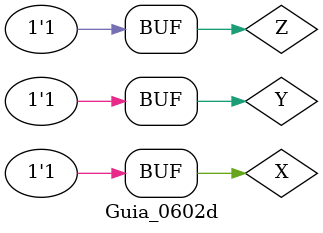
<source format=v>
/*
 Guia_0602d.v - v0.0. - 28 / 08 / 2022
 Autor    : Gabriel Vargas Bento de Souza
 Matricula: 778023
 */

/* 
 Produto das somas
               ____
F(X, Y, Z) =   | |  M (0, 3, 5, 7) = PoS(0, 3, 5, 7)
*/

/**
 PoS (0, 3, 5, 7) = X+Y+Z . X+Y'+Z' . X'+Y+Z' . X'+Y'+Z'
 */
module PoS (output S,
            input  X, Y, Z);
   assign S = ( X |  Y |  Z)  // 0
            & ( X | ~Y | ~Z)  // 3
            & (~X |  Y | ~Z)  // 4
            & (~X | ~Y | ~Z); // 7
endmodule // PoS 

/**
 PoS(0,3,5,7)_Simplificado = X'+Z' . Y'+Z' . X+Y+Z
 */
module PoS_simple (output S,
                   input  X, Y, Z);
   assign S = (~X      | ~Z)
            &  (    ~Y | ~Z)
            & ( X |  Y |  Z);
endmodule // PoS_simple

/**
  Guia_0602d.v
 */
module Guia_0602d;
   reg  X, Y, Z;
   wire S1, S2;
   
   // instancias
   PoS        POS1 (S1, X, Y, Z);
   PoS_simple POS2 (S2, X, Y, Z);
   
   // valores iniciais
   initial begin: start
      X=1'bx; Y=1'bx; Z=1'bx;
   end

   // parte principal
   initial begin: main
       $display("Gabriel Vargas Bento de Souza - 778023");
       $display("Guia_06");
       $display("\n02.d) PoS (0, 3, 5, 7)\n");

       // monitoramento
       $display(" X  Y  Z  S1  S2");
       $monitor("%2b %2b %2b %2b %3b", X,  Y,  Z,  S1, S2);

       // sinalizacao
          X=0; Y=0; Z=0;
       #1           Z=1;
       #1      Y=1; Z=0;
       #1           Z=1;
       #1 X=1; Y=0; Z=0;
       #1           Z=1;
       #1      Y=1; Z=0;
       #1           Z=1;
   end
endmodule // Guia_0602d

/*
C:\Users\Gabriel\Desktop\CC-PUC\2Periodo\ARQ1\Tarefas\Guia06>vvp Guia_0602d.vvp
Gabriel Vargas Bento de Souza - 778023
Guia_06

02.d) PoS (0, 3, 5, 7)

 X  Y  Z  S1  S2
 0  0  0  0   0
 0  0  1  1   1
 0  1  0  1   1
 0  1  1  0   0
 1  0  0  1   1
 1  0  1  0   0
 1  1  0  1   1
 1  1  1  0   0
*/
</source>
